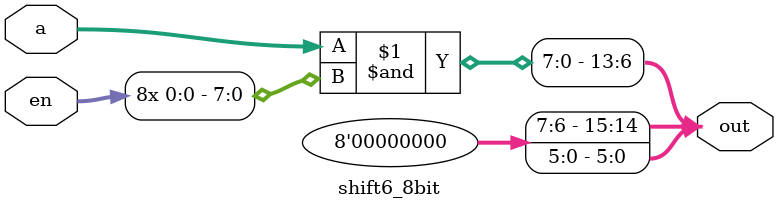
<source format=v>
module shift6_8bit(
	input [7:0] a,
	input en,
	output [15:0] out
);

assign out[15:14] = 2'b0;
assign out[13:6] = a&{8{en}};
assign out[5:0] = 6'b0;

endmodule

</source>
